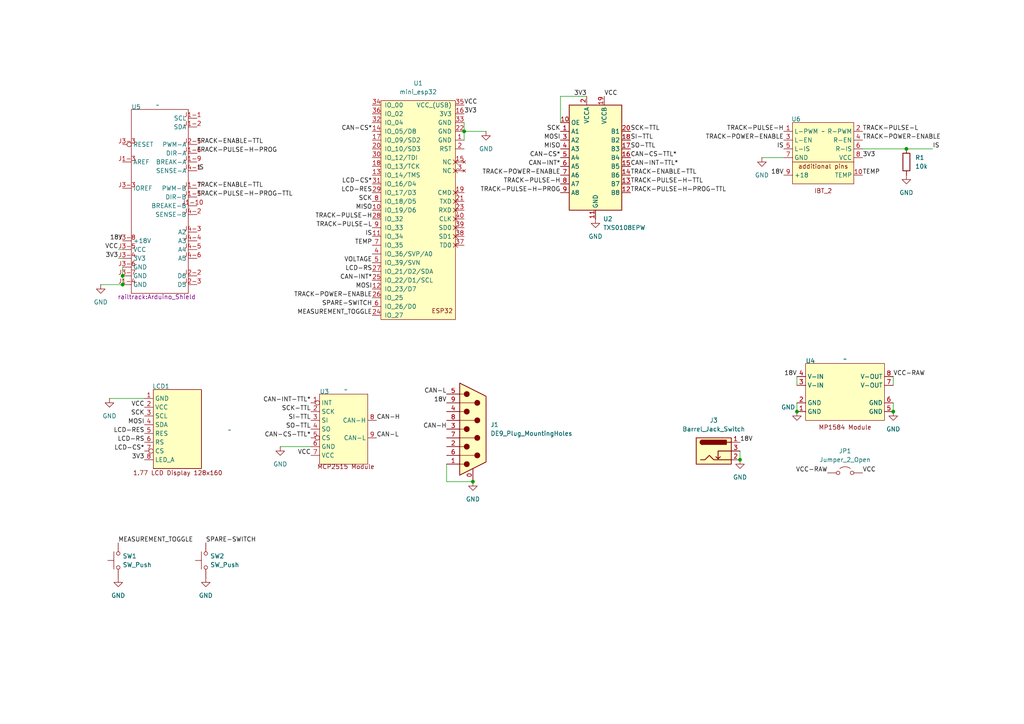
<source format=kicad_sch>
(kicad_sch (version 20231120) (generator "eeschema") (generator_version "8.0")
  (paper "A4")
  (lib_symbols
    (symbol "Connector:Barrel_Jack_Switch" (pin_names hide)
      (property "Reference" "J" (at 0 5.334 0))
      (property "Value" "Barrel_Jack_Switch" (at 0 -5.08 0))
      (symbol "Barrel_Jack_Switch_0_1"
        (rectangle (start -5.08 3.81) (end 5.08 -3.81) (stroke (width 0.254)) (fill (type background)))
        (arc (start -3.302 3.175) (mid -3.9343 2.54) (end -3.302 1.905) (stroke (width 0.254)))
        (arc (start -3.302 3.175) (mid -3.9343 2.54) (end -3.302 1.905) (stroke (width 0.254)) (fill (type outline)))
        (polyline (pts (xy 1.27 -2.286) (xy 1.905 -1.651)) (stroke (width 0.254)))
        (polyline (pts (xy 5.08 2.54) (xy 3.81 2.54)) (stroke (width 0.254)))
        (polyline (pts (xy 5.08 0) (xy 1.27 0) (xy 1.27 -2.286) (xy 0.635 -1.651)) (stroke (width 0.254)))
        (polyline (pts (xy -3.81 -2.54) (xy -2.54 -2.54) (xy -1.27 -1.27) (xy 0 -2.54) (xy 2.54 -2.54) (xy 5.08 -2.54)) (stroke (width 0.254)))
        (rectangle (start 3.683 3.175) (end -3.302 1.905) (stroke (width 0.254)) (fill (type outline)))
      )
      (symbol "Barrel_Jack_Switch_1_1"
        (pin passive line (at 7.62 2.54 180) (length 2.54) (name "~") (number "1"))
        (pin passive line (at 7.62 -2.54 180) (length 2.54) (name "~") (number "2"))
        (pin passive line (at 7.62 0 180) (length 2.54) (name "~") (number "3"))
      )
    )
    (symbol "Connector:DE9_Plug_MountingHoles" (pin_names (offset 1.016) hide)
      (property "Reference" "J" (at 0 16.51 0))
      (property "Value" "DE9_Plug_MountingHoles" (at 0 14.605 0))
      (symbol "DE9_Plug_MountingHoles_0_1"
        (circle (center -1.778 -10.16) (radius 0.762) (fill (type outline)))
        (circle (center -1.778 -5.08) (radius 0.762) (fill (type outline)))
        (circle (center -1.778 0) (radius 0.762) (fill (type outline)))
        (circle (center -1.778 5.08) (radius 0.762) (fill (type outline)))
        (circle (center -1.778 10.16) (radius 0.762) (fill (type outline)))
        (polyline (pts (xy -3.81 -10.16) (xy -2.54 -10.16)))
        (polyline (pts (xy -3.81 -7.62) (xy 0.508 -7.62)))
        (polyline (pts (xy -3.81 -5.08) (xy -2.54 -5.08)))
        (polyline (pts (xy -3.81 -2.54) (xy 0.508 -2.54)))
        (polyline (pts (xy -3.81 0) (xy -2.54 0)))
        (polyline (pts (xy -3.81 2.54) (xy 0.508 2.54)))
        (polyline (pts (xy -3.81 5.08) (xy -2.54 5.08)))
        (polyline (pts (xy -3.81 7.62) (xy 0.508 7.62)))
        (polyline (pts (xy -3.81 10.16) (xy -2.54 10.16)))
        (polyline (pts (xy -3.81 -13.335) (xy -3.81 13.335) (xy 3.81 9.525) (xy 3.81 -9.525) (xy -3.81 -13.335)) (stroke (width 0.254)) (fill (type background)))
        (circle (center 1.27 -7.62) (radius 0.762) (fill (type outline)))
        (circle (center 1.27 -2.54) (radius 0.762) (fill (type outline)))
        (circle (center 1.27 2.54) (radius 0.762) (fill (type outline)))
        (circle (center 1.27 7.62) (radius 0.762) (fill (type outline)))
      )
      (symbol "DE9_Plug_MountingHoles_1_1"
        (pin passive line (at 0 -15.24 90) (length 3.81) (name "PAD") (number "0"))
        (pin passive line (at -7.62 -10.16 0) (length 3.81) (name "1") (number "1"))
        (pin passive line (at -7.62 -5.08 0) (length 3.81) (name "2") (number "2"))
        (pin passive line (at -7.62 0 0) (length 3.81) (name "3") (number "3"))
        (pin passive line (at -7.62 5.08 0) (length 3.81) (name "4") (number "4"))
        (pin passive line (at -7.62 10.16 0) (length 3.81) (name "5") (number "5"))
        (pin passive line (at -7.62 -7.62 0) (length 3.81) (name "6") (number "6"))
        (pin passive line (at -7.62 -2.54 0) (length 3.81) (name "7") (number "7"))
        (pin passive line (at -7.62 2.54 0) (length 3.81) (name "8") (number "8"))
        (pin passive line (at -7.62 7.62 0) (length 3.81) (name "9") (number "9"))
      )
    )
    (symbol "Device:R" (pin_numbers hide) (pin_names (offset 0))
      (property "Reference" "R" (at 2.032 0 90))
      (property "Value" "R" (at 0 0 90))
      (symbol "R_0_1"
        (rectangle (start -1.016 -2.54) (end 1.016 2.54) (stroke (width 0.254)))
      )
      (symbol "R_1_1"
        (pin passive line (at 0 3.81 270) (length 1.27) (name "~") (number "1"))
        (pin passive line (at 0 -3.81 90) (length 1.27) (name "~") (number "2"))
      )
    )
    (symbol "ESP32_mini:mini_esp32" (pin_names (offset 1.016))
      (property "Reference" "U" (at -7.62 -50.8 0))
      (property "Value" "mini_esp32" (at 5.08 -59.69 0))
      (symbol "mini_esp32_0_0"
        (text "ESP32" (at 7.62 -62.23 0) (effects (font (size 1.27 1.27))))
        (pin power_in line (at 13.97 -12.7 180) (length 2.54) (name "GND") (number "1"))
        (pin input line (at 13.97 -15.24 180) (length 2.54) (name "RST") (number "2"))
        (pin no_connect non_logic (at 13.97 -21.59 180) (length 2.54) (name "NC") (number "3"))
        (pin bidirectional line (at -12.7 -45.72 0) (length 2.54) (name "IO_36/SVP/A0") (number "4"))
        (pin bidirectional line (at -12.7 -48.26 0) (length 2.54) (name "IO_39/SVN") (number "5"))
      )
      (symbol "mini_esp32_0_1"
        (rectangle (start -10.16 -1.27) (end 11.43 -64.77) (fill (type background)))
      )
      (symbol "mini_esp32_1_1"
        (pin bidirectional line (at -12.7 -33.02 0) (length 2.54) (name "IO_19/D6") (number "10"))
        (pin bidirectional line (at -12.7 -40.64 0) (length 2.54) (name "IO_34") (number "11"))
        (pin bidirectional line (at -12.7 -55.88 0) (length 2.54) (name "IO_23/D7") (number "12"))
        (pin bidirectional line (at -12.7 -22.86 0) (length 2.54) (name "IO_14/TMS") (number "13"))
        (pin bidirectional line (at -12.7 -10.16 0) (length 2.54) (name "IO_05/D8") (number "14"))
        (pin no_connect non_logic (at 13.97 -19.05 180) (length 2.54) (name "NC") (number "15"))
        (pin power_in line (at 13.97 -5.08 180) (length 2.54) (name "3V3") (number "16"))
        (pin bidirectional line (at -12.7 -12.7 0) (length 2.54) (name "IO_09/SD2") (number "17"))
        (pin bidirectional line (at -12.7 -20.32 0) (length 2.54) (name "IO_13/TCK") (number "18"))
        (pin passive non_logic (at 13.97 -27.94 180) (length 2.54) (name "CMD") (number "19"))
        (pin bidirectional line (at -12.7 -15.24 0) (length 2.54) (name "IO_10/SD3") (number "20"))
        (pin passive non_logic (at 13.97 -30.48 180) (length 2.54) (name "TXD") (number "21"))
        (pin power_in line (at 13.97 -10.16 180) (length 2.54) (name "GND") (number "22"))
        (pin passive non_logic (at 13.97 -33.02 180) (length 2.54) (name "RXD") (number "23"))
        (pin bidirectional line (at -12.7 -63.5 0) (length 2.54) (name "IO_27") (number "24"))
        (pin bidirectional line (at -12.7 -53.34 0) (length 2.54) (name "IO_22/D1/SCL") (number "25"))
        (pin bidirectional line (at -12.7 -58.42 0) (length 2.54) (name "IO_25") (number "26"))
        (pin bidirectional line (at -12.7 -50.8 0) (length 2.54) (name "IO_21/D2/SDA") (number "27"))
        (pin bidirectional line (at -12.7 -35.56 0) (length 2.54) (name "IO_32") (number "28"))
        (pin bidirectional line (at -12.7 -27.94 0) (length 2.54) (name "IO_17/D3") (number "29"))
        (pin bidirectional line (at -12.7 -17.78 0) (length 2.54) (name "IO_12/TDI") (number "30"))
        (pin bidirectional line (at -12.7 -25.4 0) (length 2.54) (name "IO_16/D4") (number "31"))
        (pin bidirectional line (at -12.7 -7.62 0) (length 2.54) (name "IO_04") (number "32"))
        (pin power_in line (at 13.97 -7.62 180) (length 2.54) (name "GND") (number "33"))
        (pin bidirectional line (at -12.7 -2.54 0) (length 2.54) (name "IO_00") (number "34"))
        (pin power_in line (at 13.97 -2.54 180) (length 2.54) (name "VCC_(USB)") (number "35"))
        (pin bidirectional line (at -12.7 -5.08 0) (length 2.54) (name "IO_02") (number "36"))
        (pin passive non_logic (at 13.97 -43.18 180) (length 2.54) (name "TD0") (number "37"))
        (pin passive non_logic (at 13.97 -40.64 180) (length 2.54) (name "SD1") (number "38"))
        (pin passive non_logic (at 13.97 -38.1 180) (length 2.54) (name "SD0") (number "39"))
        (pin passive non_logic (at 13.97 -35.56 180) (length 2.54) (name "CLK") (number "40"))
        (pin bidirectional line (at -12.7 -60.96 0) (length 2.54) (name "IO_26/D0") (number "6"))
        (pin bidirectional line (at -12.7 -43.18 0) (length 2.54) (name "IO_35") (number "7"))
        (pin bidirectional line (at -12.7 -30.48 0) (length 2.54) (name "IO_18/D5") (number "8"))
        (pin bidirectional line (at -12.7 -38.1 0) (length 2.54) (name "IO_33") (number "9"))
      )
    )
    (symbol "Jumper:Jumper_2_Open" (pin_numbers hide) (pin_names (offset 0) hide) (exclude_from_sim yes)
      (property "Reference" "JP" (at 0 2.794 0))
      (property "Value" "Jumper_2_Open" (at 0 -2.286 0))
      (symbol "Jumper_2_Open_0_0"
        (circle (center -2.032 0) (radius 0.508))
        (circle (center 2.032 0) (radius 0.508))
      )
      (symbol "Jumper_2_Open_0_1"
        (arc (start 1.524 1.27) (mid 0 1.778) (end -1.524 1.27))
      )
      (symbol "Jumper_2_Open_1_1"
        (pin passive line (at -5.08 0 0) (length 2.54) (name "A") (number "1"))
        (pin passive line (at 5.08 0 180) (length 2.54) (name "B") (number "2"))
      )
    )
    (symbol "Logic_LevelTranslator:TXS0108EPW"
      (property "Reference" "U" (at -6.35 16.51 0))
      (property "Value" "TXS0108EPW" (at 3.81 16.51 0))
      (symbol "TXS0108EPW_0_1"
        (rectangle (start -7.62 15.24) (end 7.62 -15.24) (stroke (width 0.254)) (fill (type background)))
      )
      (symbol "TXS0108EPW_1_1"
        (pin bidirectional line (at -10.16 7.62 0) (length 2.54) (name "A1") (number "1"))
        (pin input line (at -10.16 10.16 0) (length 2.54) (name "OE") (number "10"))
        (pin power_in line (at 0 -17.78 90) (length 2.54) (name "GND") (number "11"))
        (pin bidirectional line (at 10.16 -10.16 180) (length 2.54) (name "B8") (number "12"))
        (pin bidirectional line (at 10.16 -7.62 180) (length 2.54) (name "B7") (number "13"))
        (pin bidirectional line (at 10.16 -5.08 180) (length 2.54) (name "B6") (number "14"))
        (pin bidirectional line (at 10.16 -2.54 180) (length 2.54) (name "B5") (number "15"))
        (pin bidirectional line (at 10.16 0 180) (length 2.54) (name "B4") (number "16"))
        (pin bidirectional line (at 10.16 2.54 180) (length 2.54) (name "B3") (number "17"))
        (pin bidirectional line (at 10.16 5.08 180) (length 2.54) (name "B2") (number "18"))
        (pin power_in line (at 2.54 17.78 270) (length 2.54) (name "VCCB") (number "19"))
        (pin power_in line (at -2.54 17.78 270) (length 2.54) (name "VCCA") (number "2"))
        (pin bidirectional line (at 10.16 7.62 180) (length 2.54) (name "B1") (number "20"))
        (pin bidirectional line (at -10.16 5.08 0) (length 2.54) (name "A2") (number "3"))
        (pin bidirectional line (at -10.16 2.54 0) (length 2.54) (name "A3") (number "4"))
        (pin bidirectional line (at -10.16 0 0) (length 2.54) (name "A4") (number "5"))
        (pin bidirectional line (at -10.16 -2.54 0) (length 2.54) (name "A5") (number "6"))
        (pin bidirectional line (at -10.16 -5.08 0) (length 2.54) (name "A6") (number "7"))
        (pin bidirectional line (at -10.16 -7.62 0) (length 2.54) (name "A7") (number "8"))
        (pin bidirectional line (at -10.16 -10.16 0) (length 2.54) (name "A8") (number "9"))
      )
    )
    (symbol "Switch:SW_Push" (pin_numbers hide) (pin_names (offset 1.016) hide)
      (property "Reference" "SW" (at 1.27 2.54 0))
      (property "Value" "SW_Push" (at 0 -1.524 0))
      (symbol "SW_Push_0_1"
        (circle (center -2.032 0) (radius 0.508))
        (polyline (pts (xy 0 1.27) (xy 0 3.048)))
        (polyline (pts (xy 2.54 1.27) (xy -2.54 1.27)))
        (circle (center 2.032 0) (radius 0.508))
        (pin passive line (at -5.08 0 0) (length 2.54) (name "1") (number "1"))
        (pin passive line (at 5.08 0 180) (length 2.54) (name "2") (number "2"))
      )
    )
    (symbol "power:GND" (power) (pin_numbers hide) (pin_names (offset 0) hide)
      (property "Value" "GND" (at 0 -3.81 0))
      (symbol "GND_0_1"
        (polyline (pts (xy 0 0) (xy 0 -1.27) (xy 1.27 -1.27) (xy 0 -2.54) (xy -1.27 -1.27) (xy 0 -1.27)))
      )
      (symbol "GND_1_1"
        (pin power_in line (at 0 0 270) (length 0) (name "~") (number "1"))
      )
    )
    (symbol "railtrack:1.77_LCD_Display"
      (property "Reference" "LCD1" (at -7.874 11.684 0))
      (property "Value" "~" (at 13.97 -0.2512 0))
      (symbol "1.77_LCD_Display_0_1"
        (rectangle (start -7.62 11.43) (end 6.35 -11.43) (fill (type background)))
        (polyline (pts (xy -7.62 11.43) (xy -7.62 -11.43) (xy 6.35 -11.43) (xy 6.35 11.43) (xy -7.62 11.43)))
      )
      (symbol "1.77_LCD_Display_1_1"
        (text "1.77 LCD Display 128x160" (at -0.508 -12.7 0) (effects (font (size 1.27 1.27))))
        (pin power_in line (at -10.16 8.89 0) (length 2.54) (name "GND") (number "1"))
        (pin power_in line (at -10.16 6.35 0) (length 2.54) (name "VCC") (number "2"))
        (pin input line (at -10.16 3.81 0) (length 2.54) (name "SCL") (number "3"))
        (pin input line (at -10.16 1.27 0) (length 2.54) (name "SDA") (number "4"))
        (pin input line (at -10.16 -1.27 0) (length 2.54) (name "RES") (number "5"))
        (pin input line (at -10.16 -3.81 0) (length 2.54) (name "RS") (number "6"))
        (pin input inverted (at -10.16 -6.35 0) (length 2.54) (name "CS") (number "7"))
        (pin input line (at -10.16 -8.89 0) (length 2.54) (name "LED_A") (number "8"))
      )
    )
    (symbol "railtrack:ARDUIN-MOTOR--SHIELD-REVB"
      (property "Reference" "U" (at -2.54 25.4 0))
      (symbol "ARDUIN-MOTOR--SHIELD-REVB_1_1"
        (text_box "" (at 13.97 -27.94 0) (size -16.51 53.34) (effects (font (size 1.27 1.27)) (justify left top)))
        (pin input line (at 16.51 22.86 180) (length 2.54) (name "SCL") (number "J1-1"))
        (pin input line (at 16.51 -2.54 180) (length 2.54) (name "BREAKE-B") (number "J1-10"))
        (pin bidirectional line (at 16.51 20.32 180) (length 2.54) (name "SDA") (number "J1-2"))
        (pin power_in line (at -5.08 10.16 0) (length 2.54) (name "AREF") (number "J1-3"))
        (pin power_in line (at -5.08 -25.4 0) (length 2.54) (name "GND") (number "J1-4"))
        (pin input line (at 16.51 0 180) (length 2.54) (name "DIR-B") (number "J1-5"))
        (pin input line (at 16.51 12.7 180) (length 2.54) (name "DIR-A") (number "J1-6"))
        (pin input line (at 16.51 2.54 180) (length 2.54) (name "PWM-B") (number "J1-7"))
        (pin input line (at 16.51 10.16 180) (length 2.54) (name "BREAK-A") (number "J1-9"))
        (pin bidirectional line (at 16.51 -22.86 180) (length 2.54) (name "D6") (number "J2-2"))
        (pin bidirectional line (at 16.51 -25.4 180) (length 2.54) (name "D5") (number "J2-3"))
        (pin input line (at 16.51 15.24 180) (length 2.54) (name "PWM-A") (number "J2-5"))
        (pin input line (at -5.08 2.54 0) (length 2.54) (name "IOREF") (number "J3-3"))
        (pin output inverted (at -5.08 15.24 0) (length 2.54) (name "RESET") (number "J3-3"))
        (pin power_in line (at -5.08 -17.78 0) (length 2.54) (name "3V3") (number "J3-4"))
        (pin power_in line (at -5.08 -15.24 0) (length 2.54) (name "VCC") (number "J3-5"))
        (pin power_in line (at -5.08 -20.32 0) (length 2.54) (name "GND") (number "J3-6"))
        (pin power_in line (at -5.08 -22.86 0) (length 2.54) (name "GND") (number "J3-7"))
        (pin power_out line (at -5.08 -12.7 0) (length 2.54) (name "+18V") (number "J3-8"))
        (pin output line (at 16.51 7.62 180) (length 2.54) (name "SENSE-A") (number "J4-1"))
        (pin output line (at 16.51 -5.08 180) (length 2.54) (name "SENSE-B") (number "J4-2"))
        (pin output line (at 16.51 -10.16 180) (length 2.54) (name "A2") (number "J4-3"))
        (pin output line (at 16.51 -12.7 180) (length 2.54) (name "A3") (number "J4-4"))
        (pin output line (at 16.51 -15.24 180) (length 2.54) (name "A4") (number "J4-5"))
        (pin output line (at 16.51 -17.78 180) (length 2.54) (name "A5") (number "J4-6"))
      )
    )
    (symbol "railtrack:IBT_2"
      (property "Reference" "U" (at -7.62 8.89 0))
      (symbol "IBT_2_0_1"
        (rectangle (start -8.89 7.62) (end 8.89 -10.16) (fill (type background)))
        (polyline (pts (xy -8.89 -3.81) (xy 8.89 -3.81)))
      )
      (symbol "IBT_2_1_1"
        (text "additional pins" (at 0 -5.08 0) (effects (font (size 1.27 1.27))))
        (text "IBT_2" (at 0 -11.43 0) (effects (font (size 1.27 1.27)) (justify top)))
        (pin input line (at -11.43 5.08 0) (length 2.54) (name "L-PWM") (number "1"))
        (pin power_out line (at 11.43 -7.62 180) (length 2.54) (name "TEMP") (number "10"))
        (pin input line (at 11.43 5.08 180) (length 2.54) (name "R-PWM") (number "2"))
        (pin input line (at -11.43 2.54 0) (length 2.54) (name "L-EN") (number "3"))
        (pin input line (at 11.43 2.54 180) (length 2.54) (name "R-EN") (number "4"))
        (pin output line (at -11.43 0 0) (length 2.54) (name "L-IS") (number "5"))
        (pin output line (at 11.43 0 180) (length 2.54) (name "R-IS") (number "6"))
        (pin power_out line (at -11.43 -2.54 0) (length 2.54) (name "GND") (number "7"))
        (pin power_in line (at 11.43 -2.54 180) (length 2.54) (name "VCC") (number "8"))
        (pin power_out line (at -11.43 -7.62 0) (length 2.54) (name "+18") (number "9"))
      )
    )
    (symbol "railtrack:MCP2515_Module"
      (property "Reference" "U3" (at -7.62 5.08 0))
      (property "Value" "~" (at 0 6.35 0))
      (symbol "MCP2515_Module_0_1"
        (polyline (pts (xy -7.62 5.08) (xy -7.62 -15.24) (xy 6.35 -15.24) (xy 6.35 5.08) (xy -7.62 5.08)) (fill (type background)))
      )
      (symbol "MCP2515_Module_1_1"
        (text "MCP2515 Module" (at 0 -15.24 0) (effects (font (size 1.27 1.27)) (justify top)))
        (pin output inverted (at -10.16 2.54 0) (length 2.54) (name "INT") (number "1"))
        (pin input line (at -10.16 0 0) (length 2.54) (name "SCK") (number "2"))
        (pin input line (at -10.16 -2.54 0) (length 2.54) (name "SI") (number "3"))
        (pin output line (at -10.16 -5.08 0) (length 2.54) (name "SO") (number "4"))
        (pin input inverted (at -10.16 -7.62 0) (length 2.54) (name "CS") (number "5"))
        (pin input line (at -10.16 -10.16 0) (length 2.54) (name "GND") (number "6"))
        (pin input line (at -10.16 -12.7 0) (length 2.54) (name "VCC") (number "7"))
        (pin bidirectional line (at 8.89 -2.54 180) (length 2.54) (name "CAN-H") (number "8"))
        (pin bidirectional line (at 8.89 -7.62 180) (length 2.54) (name "CAN-L") (number "9"))
      )
    )
    (symbol "railtrack:MP1585_module"
      (property "Reference" "U4" (at -11.43 8.89 0))
      (property "Value" "~" (at 0 10.16 0))
      (symbol "MP1585_module_0_1"
        (rectangle (start -11.43 8.89) (end 11.43 -7.62) (fill (type background)))
      )
      (symbol "MP1585_module_1_1"
        (text "MP1584 Module" (at 0 -8.89 0) (effects (font (size 1.27 1.27)) (justify top)))
        (pin power_in line (at -13.97 -5.08 0) (length 2.54) (name "GND") (number "1"))
        (pin power_in line (at -13.97 -2.54 0) (length 2.54) (name "GND") (number "2"))
        (pin power_in line (at -13.97 2.54 0) (length 2.54) (name "V-IN") (number "3"))
        (pin power_in line (at -13.97 5.08 0) (length 2.54) (name "V-IN") (number "4"))
        (pin power_out line (at 13.97 -5.08 180) (length 2.54) (name "GND") (number "5"))
        (pin power_out line (at 13.97 -2.54 180) (length 2.54) (name "GND") (number "6"))
        (pin power_out line (at 13.97 2.54 180) (length 2.54) (name "V-OUT") (number "7"))
        (pin power_in line (at 13.97 5.08 180) (length 2.54) (name "V-OUT") (number "8"))
      )
    )
  )
  (junction (at 259.08 119.38))
  (junction (at 262.89 43.18))
  (junction (at 214.63 133.35))
  (junction (at 134.62 38.1))
  (junction (at 231.14 119.38))
  (junction (at 137.16 139.7))
  (junction (at 35.56 82.55))
  (junction (at 35.56 80.01))
  (wire (pts (xy 81.28 129.54) (xy 90.17 129.54)))
  (wire (pts (xy 262.89 43.18) (xy 250.19 43.18)))
  (wire (pts (xy 259.08 109.22) (xy 259.08 111.76)))
  (wire (pts (xy 270.51 43.18) (xy 262.89 43.18)))
  (wire (pts (xy 134.62 38.1) (xy 140.97 38.1)))
  (wire (pts (xy 231.14 109.22) (xy 231.14 111.76)))
  (wire (pts (xy 29.21 82.55) (xy 35.56 82.55)))
  (wire (pts (xy 34.29 74.93) (xy 35.56 74.93)))
  (wire (pts (xy 162.56 35.56) (xy 162.56 27.94)))
  (wire (pts (xy 34.29 72.39) (xy 35.56 72.39)))
  (wire (pts (xy 134.62 38.1) (xy 134.62 40.64)))
  (wire (pts (xy 231.14 116.84) (xy 231.14 119.38)))
  (wire (pts (xy 31.75 115.57) (xy 41.91 115.57)))
  (wire (pts (xy 35.56 77.47) (xy 35.56 80.01)))
  (wire (pts (xy 220.98 45.72) (xy 227.33 45.72)))
  (wire (pts (xy 162.56 27.94) (xy 170.18 27.94)))
  (wire (pts (xy 129.54 134.62) (xy 129.54 139.7)))
  (wire (pts (xy 129.54 139.7) (xy 137.16 139.7)))
  (wire (pts (xy 259.08 116.84) (xy 259.08 119.38)))
  (wire (pts (xy 214.63 130.81) (xy 214.63 133.35)))
  (wire (pts (xy 35.56 80.01) (xy 35.56 82.55)))
  (wire (pts (xy 134.62 35.56) (xy 134.62 38.1)))
  (label "MISO" (at 162.56 43.18 180))
  (label "SO-TTL" (at 90.17 124.46 180))
  (label "TRACK-PULSE-H" (at 162.56 53.34 180))
  (label "18V" (at 227.33 50.8 180))
  (label "3V3" (at 34.29 74.93 180))
  (label "18V" (at 231.14 109.22 180))
  (label "3V3" (at 134.62 33.02 0))
  (label "SCK" (at 162.56 38.1 180))
  (label "TRACK-PULSE-L" (at 250.19 38.1 0))
  (label "SO-TTL" (at 182.88 43.18 0))
  (label "LCD-RS" (at 41.91 128.27 180))
  (label "18V" (at 129.54 116.84 180))
  (label "TEMP" (at 250.19 50.8 0))
  (label "3V3" (at 170.18 27.94 180))
  (label "TRACK-ENABLE-TTL" (at 57.15 54.61 0))
  (label "CAN-INT-TTL*" (at 90.17 116.84 180))
  (label "TRACK-POWER-ENABLE" (at 250.19 40.64 0))
  (label "IS" (at 107.95 68.58 180))
  (label "CAN-INT-TTL*" (at 182.88 48.26 0))
  (label "VCC" (at 90.17 132.08 180))
  (label "VCC-RAW" (at 259.08 109.22 0))
  (label "CAN-CS-TTL*" (at 182.88 45.72 0))
  (label "3V3" (at 41.91 133.35 180))
  (label "IS" (at 57.15 49.53 0))
  (label "TRACK-POWER-ENABLE" (at 227.33 40.64 180))
  (label "VOLTAGE" (at 107.95 76.2 180))
  (label "SCK" (at 41.91 120.65 180))
  (label "LCD-RES" (at 107.95 55.88 180))
  (label "LCD-RS" (at 107.95 78.74 180))
  (label "LCD-CS*" (at 41.91 130.81 180))
  (label "SPARE-SWITCH" (at 59.69 157.48 0))
  (label "VCC-RAW" (at 240.03 137.16 180))
  (label "SCK-TTL" (at 182.88 38.1 0))
  (label "CAN-CS*" (at 162.56 45.72 180))
  (label "TRACK-PULSE-H" (at 107.95 63.5 180))
  (label "SCK" (at 107.95 58.42 180))
  (label "TRACK-POWER-ENABLE" (at 107.95 86.36 180))
  (label "SI-TTL" (at 182.88 40.64 0))
  (label "MISO" (at 107.95 60.96 180))
  (label "CAN-INT*" (at 107.95 81.28 180))
  (label "18V" (at 214.63 128.27 0))
  (label "TRACK-ENABLE-TTL" (at 182.88 50.8 0))
  (label "TRACK-ENABLE-TTL" (at 57.15 41.91 0))
  (label "MOSI" (at 107.95 83.82 180))
  (label "LCD-CS*" (at 107.95 53.34 180))
  (label "TEMP" (at 107.95 71.12 180))
  (label "18V" (at 35.56 69.85 180))
  (label "MEASUREMENT_TOGGLE" (at 34.29 157.48 0))
  (label "CAN-H" (at 109.22 121.92 0))
  (label "TRACK-PULSE-L" (at 107.95 66.04 180))
  (label "TRACK-PULSE-H-PROG-TTL" (at 57.15 57.15 0))
  (label "TRACK-PULSE-H-PROG" (at 57.15 44.45 0))
  (label "TRACK-PULSE-H-PROG" (at 162.56 55.88 180))
  (label "CAN-CS*" (at 107.95 38.1 180))
  (label "IS" (at 227.33 43.18 180))
  (label "CAN-L" (at 129.54 114.3 180))
  (label "VCC" (at 41.91 118.11 180))
  (label "TRACK-PULSE-H-PROG-TTL" (at 182.88 55.88 0))
  (label "SCK-TTL" (at 90.17 119.38 180))
  (label "MEASUREMENT_TOGGLE" (at 107.95 91.44 180))
  (label "VCC" (at 175.26 27.94 0))
  (label "MOSI" (at 162.56 40.64 180))
  (label "TRACK-PULSE-H" (at 227.33 38.1 180))
  (label "LCD-RES" (at 41.91 125.73 180))
  (label "SPARE-SWITCH" (at 107.95 88.9 180))
  (label "MOSI" (at 41.91 123.19 180))
  (label "SI-TTL" (at 90.17 121.92 180))
  (label "TRACK-POWER-ENABLE" (at 162.56 50.8 180))
  (label "3V3" (at 250.19 45.72 0))
  (label "CAN-CS-TTL*" (at 90.17 127 180))
  (label "VCC" (at 134.62 30.48 0))
  (label "CAN-INT*" (at 162.56 48.26 180))
  (label "CAN-L" (at 109.22 127 0))
  (label "CAN-H" (at 129.54 124.46 180))
  (label "IS" (at 270.51 43.18 0))
  (label "VCC" (at 34.29 72.39 180))
  (label "VCC" (at 250.19 137.16 0))
  (label "TRACK-PULSE-H-TTL" (at 182.88 53.34 0))
  (symbol (lib_id "power:GND") (at 259.08 119.38 0) (unit 1)
    (property "Reference" "#PWR02" (effects (hide yes)))
    (property "Value" "GND" (at 259.08 124.46 0))
    (property "Description" "Power symbol creates a global label with name \"GND\" , ground" (effects (hide yes)))
  )
  (symbol (lib_id "power:GND") (at 81.28 129.54 0) (unit 1)
    (property "Reference" "#PWR03" (effects (hide yes)))
    (property "Value" "GND" (at 81.28 134.62 0))
    (property "Description" "Power symbol creates a global label with name \"GND\" , ground" (effects (hide yes)))
  )
  (symbol (lib_id "Connector:Barrel_Jack_Switch") (at 207.01 130.81 0) (unit 1)
    (property "Reference" "J3" (at 207.01 121.92 0))
    (property "Value" "Barrel_Jack_Switch" (at 207.01 124.46 0))
    (property "Footprint" "Connector_BarrelJack:BarrelJack_CUI_PJ-102AH_Horizontal" (effects (hide yes)))
    (property "Description" "DC Barrel Jack with an internal switch" (effects (hide yes)))
  )
  (symbol (lib_id "railtrack:IBT_2") (at 238.76 43.18 0) (unit 1)
    (property "Reference" "U6" (at 230.886 34.544 0))
    (property "Value" "~" (at 238.76 38.1 0))
    (property "Footprint" "railtrack:IBT_2" (effects (hide yes)))
  )
  (symbol (lib_id "Device:R") (at 262.89 46.99 0) (unit 1)
    (property "Reference" "R1" (at 265.43 45.7199 0) (effects (justify left)))
    (property "Value" "10k" (at 265.43 48.2599 0) (effects (justify left)))
    (property "Footprint" "Resistor_THT:R_Axial_DIN0207_L6.3mm_D2.5mm_P7.62mm_Horizontal" (effects (hide yes)))
    (property "Description" "Resistor" (effects (hide yes)))
  )
  (symbol (lib_id "railtrack:MCP2515_Module") (at 100.33 119.38 0) (unit 1)
    (property "Reference" "U3" (at 92.71 114.3 0) (effects (justify left bottom)))
    (property "Value" "~" (at 100.33 113.03 0))
    (property "Footprint" "railtrack:MCP2515 Module" (effects (hide yes)))
  )
  (symbol (lib_id "Switch:SW_Push") (at 34.29 162.56 90) (unit 1)
    (property "Reference" "SW1" (at 35.56 161.2899 90) (effects (justify right)))
    (property "Value" "SW_Push" (at 35.56 163.8299 90) (effects (justify right)))
    (property "Footprint" "Button_Switch_THT:SW_PUSH_6mm" (effects (hide yes)))
    (property "Description" "Push button switch, generic, two pins" (effects (hide yes)))
  )
  (symbol (lib_id "power:GND") (at 262.89 50.8 0) (unit 1)
    (property "Reference" "#PWR013" (effects (hide yes)))
    (property "Value" "GND" (at 262.89 55.88 0))
    (property "Description" "Power symbol creates a global label with name \"GND\" , ground" (effects (hide yes)))
  )
  (symbol (lib_id "power:GND") (at 220.98 45.72 0) (unit 1)
    (property "Reference" "#PWR012" (effects (hide yes)))
    (property "Value" "GND" (at 220.98 50.8 0))
    (property "Description" "Power symbol creates a global label with name \"GND\" , ground" (effects (hide yes)))
  )
  (symbol (lib_id "power:GND") (at 214.63 133.35 0) (unit 1)
    (property "Reference" "#PWR011" (effects (hide yes)))
    (property "Value" "GND" (at 214.63 138.43 0))
    (property "Description" "Power symbol creates a global label with name \"GND\" , ground" (effects (hide yes)))
  )
  (symbol (lib_id "railtrack:ARDUIN-MOTOR--SHIELD-REVB") (at 40.64 57.15 0) (unit 1)
    (property "Reference" "U5" (at 38.1 31.75 0) (effects (justify left bottom)))
    (property "Value" "~" (at 45.72 30.48 0))
    (property "Footprint" "railtrack:Arduino_Shield" (at 45.466 86.106 0))
  )
  (symbol (lib_id "railtrack:1.77_LCD_Display") (at 52.07 124.46 0) (unit 1)
    (property "Reference" "LCD1" (at 44.196 112.776 0) (effects (justify left bottom)))
    (property "Value" "~" (at 66.04 124.7112 0) (effects (justify left)))
    (property "Footprint" "railtrack:1.77 LCD Display 128x160" (effects (hide yes)))
  )
  (symbol (lib_id "power:GND") (at 137.16 139.7 0) (unit 1)
    (property "Reference" "#PWR08" (effects (hide yes)))
    (property "Value" "GND" (at 137.16 144.78 0))
    (property "Description" "Power symbol creates a global label with name \"GND\" , ground" (effects (hide yes)))
  )
  (symbol (lib_id "power:GND") (at 140.97 38.1 0) (unit 1)
    (property "Reference" "#PWR05" (effects (hide yes)))
    (property "Value" "GND" (at 140.97 43.18 0))
    (property "Description" "Power symbol creates a global label with name \"GND\" , ground" (effects (hide yes)))
  )
  (symbol (lib_id "Logic_LevelTranslator:TXS0108EPW") (at 172.72 45.72 0) (unit 1)
    (property "Reference" "U2" (at 174.9141 63.5 0) (effects (justify left)))
    (property "Value" "TXS0108EPW" (at 174.9141 66.04 0) (effects (justify left)))
    (property "Footprint" "my_footprints:Texas_TXS0108E_Level_Shifter_Module" (effects (hide yes)))
    (property "Datasheet" "www.ti.com/lit/ds/symlink/txs0108e.pdf" (effects (hide yes)))
    (property "Description" "Bidirectional  level-shifting voltage translator, TSSOP-20" (effects (hide yes)))
  )
  (symbol (lib_id "Switch:SW_Push") (at 59.69 162.56 90) (unit 1)
    (property "Reference" "SW2" (at 60.96 161.2899 90) (effects (justify right)))
    (property "Value" "SW_Push" (at 60.96 163.8299 90) (effects (justify right)))
    (property "Footprint" "Button_Switch_THT:SW_PUSH_6mm" (effects (hide yes)))
    (property "Description" "Push button switch, generic, two pins" (effects (hide yes)))
  )
  (symbol (lib_id "power:GND") (at 172.72 63.5 0) (unit 1)
    (property "Reference" "#PWR06" (effects (hide yes)))
    (property "Value" "GND" (at 172.72 68.58 0))
    (property "Description" "Power symbol creates a global label with name \"GND\" , ground" (effects (hide yes)))
  )
  (symbol (lib_id "Jumper:Jumper_2_Open") (at 245.11 137.16 0) (unit 1) (exclude_from_sim yes)
    (property "Reference" "JP1" (at 245.11 130.81 0))
    (property "Value" "Jumper_2_Open" (at 245.11 133.35 0))
    (property "Footprint" "Jumper:SolderJumper-2_P1.3mm_Open_TrianglePad1.0x1.5mm" (effects (hide yes)))
    (property "Description" "Jumper, 2-pole, open" (effects (hide yes)))
  )
  (symbol (lib_id "power:GND") (at 29.21 82.55 0) (unit 1)
    (property "Reference" "#PWR07" (effects (hide yes)))
    (property "Value" "GND" (at 29.21 87.63 0))
    (property "Description" "Power symbol creates a global label with name \"GND\" , ground" (effects (hide yes)))
  )
  (symbol (lib_id "railtrack:MP1585_module") (at 245.11 114.3 0) (unit 1)
    (property "Reference" "U4" (at 233.68 105.41 0) (effects (justify left bottom)))
    (property "Value" "~" (at 245.11 104.14 0))
    (property "Footprint" "railtrack:MP1484 Module" (effects (hide yes)))
  )
  (symbol (lib_id "power:GND") (at 231.14 119.38 0) (unit 1)
    (property "Reference" "#PWR01" (effects (hide yes)))
    (property "Value" "GND" (at 228.6 118.11 0))
    (property "Description" "Power symbol creates a global label with name \"GND\" , ground" (effects (hide yes)))
  )
  (symbol (lib_id "Connector:DE9_Plug_MountingHoles") (at 137.16 124.46 0) (unit 1)
    (property "Reference" "J1" (at 142.24 123.19 0) (effects (justify left)))
    (property "Value" "DE9_Plug_MountingHoles" (at 142.24 125.73 0) (effects (justify left)))
    (property "Footprint" "Connector_Dsub:DSUB-9_Male_Horizontal_P2.77x2.84mm_EdgePinOffset4.94mm_Housed_MountingHolesOffset7.48mm" (effects (hide yes)))
    (property "Datasheet" " ~" (effects (hide yes)))
  )
  (symbol (lib_id "ESP32_mini:mini_esp32") (at 120.65 27.94 0) (unit 1)
    (property "Reference" "U1" (at 121.285 24.13 0))
    (property "Value" "mini_esp32" (at 121.285 26.67 0))
    (property "Footprint" "ESP32_mini:ESP32_mini" (effects (hide yes)))
  )
  (symbol (lib_id "power:GND") (at 31.75 115.57 0) (unit 1)
    (property "Reference" "#PWR04" (effects (hide yes)))
    (property "Value" "GND" (at 31.75 120.65 0))
    (property "Description" "Power symbol creates a global label with name \"GND\" , ground" (effects (hide yes)))
  )
  (symbol (lib_id "power:GND") (at 59.69 167.64 0) (unit 1)
    (property "Reference" "#PWR09" (effects (hide yes)))
    (property "Value" "GND" (at 59.69 172.72 0))
    (property "Description" "Power symbol creates a global label with name \"GND\" , ground" (effects (hide yes)))
  )
  (symbol (lib_id "power:GND") (at 34.29 167.64 0) (unit 1)
    (property "Reference" "#PWR010" (effects (hide yes)))
    (property "Value" "GND" (at 34.29 172.72 0))
    (property "Description" "Power symbol creates a global label with name \"GND\" , ground" (effects (hide yes)))
  )
)
</source>
